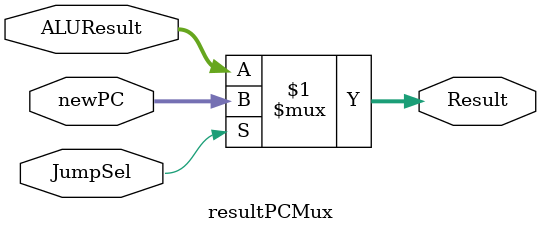
<source format=sv>
module resultPCMux #(
    parameter Data_Width = 32
) (
    //Interface signals
    input logic [Data_Width-1:0] ALUResult,
    input logic [Data_Width-1:0] newPC,
    input logic JumpSel,
    output logic [Data_Width-1:0] Result
);

assign Result = (JumpSel) ? newPC:ALUResult;
//so MuxSelect ? Output if mux select 1:Output if mux select 0

endmodule

</source>
